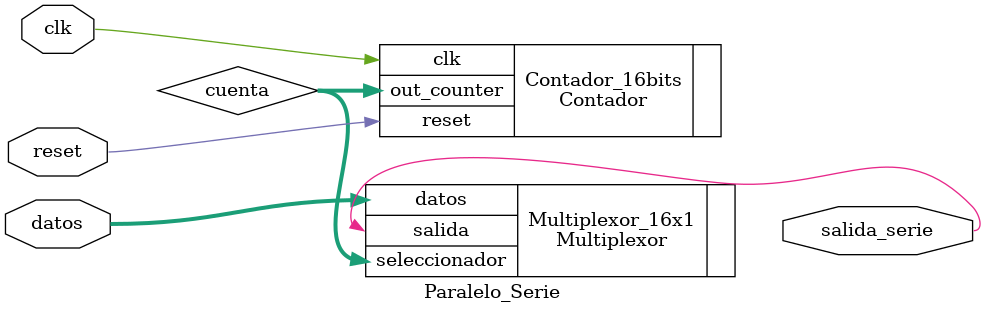
<source format=v>
`timescale 1ns / 1ps
module Paralelo_Serie(

input clk,reset,

input [15:0]datos,

output wire salida_serie


    );

wire [3:0] cuenta;


Contador Contador_16bits (
    .clk(clk), 
    .reset(reset), 
    .out_counter(cuenta)
    );
	 
Multiplexor Multiplexor_16x1 (
    .datos(datos), 
    .seleccionador(cuenta), 
    .salida(salida_serie)
	 
    );




endmodule

</source>
